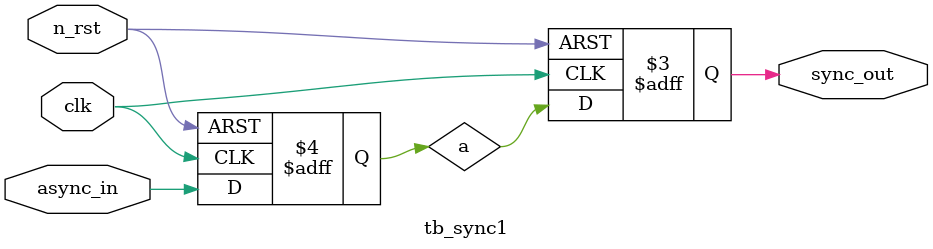
<source format=sv>

module tb_sync1
  (
   input wire clk,
   input wire n_rst,
   input wire async_in,
   output reg sync_out
   );
   reg a;
   always_ff @ (posedge clk, negedge n_rst)
     begin
	if(1'b0 == n_rst)
	  begin
	     a <= 1'b1;
	     sync_out <= 1'b1;
	  end
	else
	  begin
	     a <= async_in;
	     sync_out <= a;
	  end
     end // always_ff @ (posedge clk, negedge n_rst)
 
  endmodule

</source>
